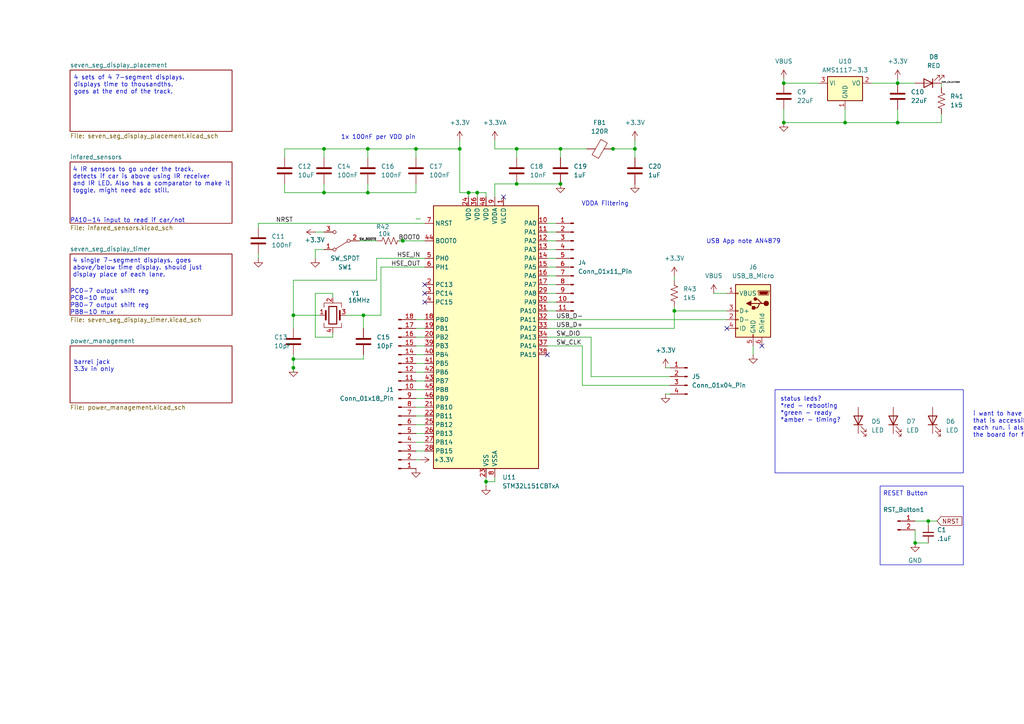
<source format=kicad_sch>
(kicad_sch (version 20231120) (generator "eeschema") (generator_version "8.0")
  (paper "A4")
  (lib_symbols
    (symbol "Connector:Conn_01x02_Pin" (pin_names (offset 1.016) hide)
      (property "Reference" "J" (at 0 2.54 0))
      (property "Value" "Conn_01x02_Pin" (at 0 -5.08 0))
      (symbol "Conn_01x02_Pin_1_1"
        (pin passive line (at 5.08 0 180) (length 3.81) (name "Pin_1") (number "1"))
        (pin passive line (at 5.08 -2.54 180) (length 3.81) (name "Pin_2") (number "2"))
      )
    )
    (symbol "Connector:Conn_01x04_Pin" (pin_names (offset 1.016) hide)
      (property "Reference" "J" (at 0 5.08 0))
      (property "Value" "Conn_01x04_Pin" (at 0 -7.62 0))
      (symbol "Conn_01x04_Pin_1_1"
        (pin passive line (at 5.08 2.54 180) (length 3.81) (name "Pin_1") (number "1"))
        (pin passive line (at 5.08 0 180) (length 3.81) (name "Pin_2") (number "2"))
        (pin passive line (at 5.08 -2.54 180) (length 3.81) (name "Pin_3") (number "3"))
        (pin passive line (at 5.08 -5.08 180) (length 3.81) (name "Pin_4") (number "4"))
      )
    )
    (symbol "Connector:Conn_01x11_Pin" (pin_names (offset 1.016) hide)
      (property "Reference" "J" (at 0 15.24 0))
      (property "Value" "Conn_01x11_Pin" (at 0 -15.24 0))
      (symbol "Conn_01x11_Pin_1_1"
        (pin passive line (at 5.08 12.7 180) (length 3.81) (name "Pin_1") (number "1"))
        (pin passive line (at 5.08 -10.16 180) (length 3.81) (name "Pin_10") (number "10"))
        (pin passive line (at 5.08 -12.7 180) (length 3.81) (name "Pin_11") (number "11"))
        (pin passive line (at 5.08 10.16 180) (length 3.81) (name "Pin_2") (number "2"))
        (pin passive line (at 5.08 7.62 180) (length 3.81) (name "Pin_3") (number "3"))
        (pin passive line (at 5.08 5.08 180) (length 3.81) (name "Pin_4") (number "4"))
        (pin passive line (at 5.08 2.54 180) (length 3.81) (name "Pin_5") (number "5"))
        (pin passive line (at 5.08 0 180) (length 3.81) (name "Pin_6") (number "6"))
        (pin passive line (at 5.08 -2.54 180) (length 3.81) (name "Pin_7") (number "7"))
        (pin passive line (at 5.08 -5.08 180) (length 3.81) (name "Pin_8") (number "8"))
        (pin passive line (at 5.08 -7.62 180) (length 3.81) (name "Pin_9") (number "9"))
      )
    )
    (symbol "Connector:Conn_01x18_Pin" (pin_names (offset 1.016) hide)
      (property "Reference" "J" (at 0 22.86 0))
      (property "Value" "Conn_01x18_Pin" (at 0 -25.4 0))
      (symbol "Conn_01x18_Pin_1_1"
        (pin passive line (at 5.08 20.32 180) (length 3.81) (name "Pin_1") (number "1"))
        (pin passive line (at 5.08 -2.54 180) (length 3.81) (name "Pin_10") (number "10"))
        (pin passive line (at 5.08 -5.08 180) (length 3.81) (name "Pin_11") (number "11"))
        (pin passive line (at 5.08 -7.62 180) (length 3.81) (name "Pin_12") (number "12"))
        (pin passive line (at 5.08 -10.16 180) (length 3.81) (name "Pin_13") (number "13"))
        (pin passive line (at 5.08 -12.7 180) (length 3.81) (name "Pin_14") (number "14"))
        (pin passive line (at 5.08 -15.24 180) (length 3.81) (name "Pin_15") (number "15"))
        (pin passive line (at 5.08 -17.78 180) (length 3.81) (name "Pin_16") (number "16"))
        (pin passive line (at 5.08 -20.32 180) (length 3.81) (name "Pin_17") (number "17"))
        (pin passive line (at 5.08 -22.86 180) (length 3.81) (name "Pin_18") (number "18"))
        (pin passive line (at 5.08 17.78 180) (length 3.81) (name "Pin_2") (number "2"))
        (pin passive line (at 5.08 15.24 180) (length 3.81) (name "Pin_3") (number "3"))
        (pin passive line (at 5.08 12.7 180) (length 3.81) (name "Pin_4") (number "4"))
        (pin passive line (at 5.08 10.16 180) (length 3.81) (name "Pin_5") (number "5"))
        (pin passive line (at 5.08 7.62 180) (length 3.81) (name "Pin_6") (number "6"))
        (pin passive line (at 5.08 5.08 180) (length 3.81) (name "Pin_7") (number "7"))
        (pin passive line (at 5.08 2.54 180) (length 3.81) (name "Pin_8") (number "8"))
        (pin passive line (at 5.08 0 180) (length 3.81) (name "Pin_9") (number "9"))
      )
    )
    (symbol "Connector:USB_B_Micro" (pin_names (offset 1.016))
      (property "Reference" "J" (at -5.08 11.43 0))
      (property "Value" "USB_B_Micro" (at -5.08 8.89 0))
      (symbol "USB_B_Micro_1_1"
        (pin power_out line (at 7.62 5.08 180) (length 2.54) (name "VBUS") (number "1"))
        (pin bidirectional line (at 7.62 -2.54 180) (length 2.54) (name "D-") (number "2"))
        (pin bidirectional line (at 7.62 0 180) (length 2.54) (name "D+") (number "3"))
        (pin passive line (at 7.62 -5.08 180) (length 2.54) (name "ID") (number "4"))
        (pin power_out line (at 0 -10.16 90) (length 2.54) (name "GND") (number "5"))
        (pin passive line (at -2.54 -10.16 90) (length 2.54) (name "Shield") (number "6"))
      )
    )
    (symbol "Device:C" (pin_numbers hide) (pin_names (offset 0.254))
      (property "Reference" "C" (at 0.635 2.54 0))
      (property "Value" "C" (at 0.635 -2.54 0))
      (symbol "C_1_1"
        (pin passive line (at 0 3.81 270) (length 2.794) (name "~") (number "1"))
        (pin passive line (at 0 -3.81 90) (length 2.794) (name "~") (number "2"))
      )
    )
    (symbol "Device:C_Small" (pin_numbers hide) (pin_names (offset 0.254) hide)
      (property "Reference" "C" (at 0.254 1.778 0))
      (property "Value" "C_Small" (at 0.254 -2.032 0))
      (symbol "C_Small_1_1"
        (pin passive line (at 0 2.54 270) (length 2.032) (name "~") (number "1"))
        (pin passive line (at 0 -2.54 90) (length 2.032) (name "~") (number "2"))
      )
    )
    (symbol "Device:Crystal_GND24" (pin_names (offset 1.016) hide)
      (property "Reference" "Y" (at 3.175 5.08 0))
      (property "Value" "Crystal_GND24" (at 3.175 3.175 0))
      (symbol "Crystal_GND24_1_1"
        (pin passive line (at -3.81 0 0) (length 1.27) (name "1") (number "1"))
        (pin passive line (at 0 5.08 270) (length 1.27) (name "2") (number "2"))
        (pin passive line (at 3.81 0 180) (length 1.27) (name "3") (number "3"))
        (pin passive line (at 0 -5.08 90) (length 1.27) (name "4") (number "4"))
      )
    )
    (symbol "Device:FerriteBead" (pin_numbers hide) (pin_names (offset 0))
      (property "Reference" "FB" (at -3.81 0.635 90))
      (property "Value" "FerriteBead" (at 3.81 0 90))
      (symbol "FerriteBead_1_1"
        (pin passive line (at 0 3.81 270) (length 2.54) (name "~") (number "1"))
        (pin passive line (at 0 -3.81 90) (length 2.54) (name "~") (number "2"))
      )
    )
    (symbol "Device:LED" (pin_numbers hide) (pin_names (offset 1.016) hide)
      (property "Reference" "D" (at 0 2.54 0))
      (property "Value" "LED" (at 0 -2.54 0))
      (symbol "LED_1_1"
        (pin passive line (at -3.81 0 0) (length 2.54) (name "K") (number "1"))
        (pin passive line (at 3.81 0 180) (length 2.54) (name "A") (number "2"))
      )
    )
    (symbol "Device:R_US" (pin_numbers hide) (pin_names (offset 0))
      (property "Reference" "R" (at 2.54 0 90))
      (property "Value" "R_US" (at -2.54 0 90))
      (symbol "R_US_1_1"
        (pin passive line (at 0 3.81 270) (length 1.27) (name "~") (number "1"))
        (pin passive line (at 0 -3.81 90) (length 1.27) (name "~") (number "2"))
      )
    )
    (symbol "MCU_ST_STM32L1:STM32L151CBTxA"
      (property "Reference" "U" (at -15.24 39.37 0))
      (property "Value" "STM32L151CBTxA" (at 7.62 39.37 0))
      (symbol "STM32L151CBTxA_1_1"
        (pin power_in line (at 5.08 40.64 270) (length 2.54) (name "VLCD") (number "1"))
        (pin bidirectional line (at 17.78 33.02 180) (length 2.54) (name "PA0") (number "10"))
        (pin bidirectional line (at 17.78 30.48 180) (length 2.54) (name "PA1") (number "11"))
        (pin bidirectional line (at 17.78 27.94 180) (length 2.54) (name "PA2") (number "12"))
        (pin bidirectional line (at 17.78 25.4 180) (length 2.54) (name "PA3") (number "13"))
        (pin bidirectional line (at 17.78 22.86 180) (length 2.54) (name "PA4") (number "14"))
        (pin bidirectional line (at 17.78 20.32 180) (length 2.54) (name "PA5") (number "15"))
        (pin bidirectional line (at 17.78 17.78 180) (length 2.54) (name "PA6") (number "16"))
        (pin bidirectional line (at 17.78 15.24 180) (length 2.54) (name "PA7") (number "17"))
        (pin bidirectional line (at -17.78 5.08 0) (length 2.54) (name "PB0") (number "18"))
        (pin bidirectional line (at -17.78 2.54 0) (length 2.54) (name "PB1") (number "19"))
        (pin bidirectional line (at -17.78 15.24 0) (length 2.54) (name "PC13") (number "2"))
        (pin bidirectional line (at -17.78 0 0) (length 2.54) (name "PB2") (number "20"))
        (pin bidirectional line (at -17.78 -20.32 0) (length 2.54) (name "PB10") (number "21"))
        (pin bidirectional line (at -17.78 -22.86 0) (length 2.54) (name "PB11") (number "22"))
        (pin power_in line (at 0 -40.64 90) (length 2.54) (name "VSS") (number "23"))
        (pin power_in line (at -5.08 40.64 270) (length 2.54) (name "VDD") (number "24"))
        (pin bidirectional line (at -17.78 -25.4 0) (length 2.54) (name "PB12") (number "25"))
        (pin bidirectional line (at -17.78 -27.94 0) (length 2.54) (name "PB13") (number "26"))
        (pin bidirectional line (at -17.78 -30.48 0) (length 2.54) (name "PB14") (number "27"))
        (pin bidirectional line (at -17.78 -33.02 0) (length 2.54) (name "PB15") (number "28"))
        (pin bidirectional line (at 17.78 12.7 180) (length 2.54) (name "PA8") (number "29"))
        (pin bidirectional line (at -17.78 12.7 0) (length 2.54) (name "PC14") (number "3"))
        (pin bidirectional line (at 17.78 10.16 180) (length 2.54) (name "PA9") (number "30"))
        (pin bidirectional line (at 17.78 7.62 180) (length 2.54) (name "PA10") (number "31"))
        (pin bidirectional line (at 17.78 5.08 180) (length 2.54) (name "PA11") (number "32"))
        (pin bidirectional line (at 17.78 2.54 180) (length 2.54) (name "PA12") (number "33"))
        (pin bidirectional line (at 17.78 0 180) (length 2.54) (name "PA13") (number "34"))
        (pin passive line (at 0 -40.64 90) (length 2.54) hide (name "VSS") (number "35"))
        (pin power_in line (at -2.54 40.64 270) (length 2.54) (name "VDD") (number "36"))
        (pin bidirectional line (at 17.78 -2.54 180) (length 2.54) (name "PA14") (number "37"))
        (pin bidirectional line (at 17.78 -5.08 180) (length 2.54) (name "PA15") (number "38"))
        (pin bidirectional line (at -17.78 -2.54 0) (length 2.54) (name "PB3") (number "39"))
        (pin bidirectional line (at -17.78 10.16 0) (length 2.54) (name "PC15") (number "4"))
        (pin bidirectional line (at -17.78 -5.08 0) (length 2.54) (name "PB4") (number "40"))
        (pin bidirectional line (at -17.78 -7.62 0) (length 2.54) (name "PB5") (number "41"))
        (pin bidirectional line (at -17.78 -10.16 0) (length 2.54) (name "PB6") (number "42"))
        (pin bidirectional line (at -17.78 -12.7 0) (length 2.54) (name "PB7") (number "43"))
        (pin input line (at -17.78 27.94 0) (length 2.54) (name "BOOT0") (number "44"))
        (pin bidirectional line (at -17.78 -15.24 0) (length 2.54) (name "PB8") (number "45"))
        (pin bidirectional line (at -17.78 -17.78 0) (length 2.54) (name "PB9") (number "46"))
        (pin passive line (at 0 -40.64 90) (length 2.54) hide (name "VSS") (number "47"))
        (pin power_in line (at 0 40.64 270) (length 2.54) (name "VDD") (number "48"))
        (pin bidirectional line (at -17.78 22.86 0) (length 2.54) (name "PH0") (number "5"))
        (pin bidirectional line (at -17.78 20.32 0) (length 2.54) (name "PH1") (number "6"))
        (pin input line (at -17.78 33.02 0) (length 2.54) (name "NRST") (number "7"))
        (pin power_in line (at 2.54 -40.64 90) (length 2.54) (name "VSSA") (number "8"))
        (pin power_in line (at 2.54 40.64 270) (length 2.54) (name "VDDA") (number "9"))
      )
    )
    (symbol "Regulator_Linear:AMS1117-3.3"
      (property "Reference" "U" (at -3.81 3.175 0))
      (property "Value" "AMS1117-3.3" (at 0 3.175 0))
      (symbol "AMS1117-3.3_1_1"
        (pin power_in line (at 0 -7.62 90) (length 2.54) (name "GND") (number "1"))
        (pin power_out line (at 7.62 0 180) (length 2.54) (name "VO") (number "2"))
        (pin power_in line (at -7.62 0 0) (length 2.54) (name "VI") (number "3"))
      )
    )
    (symbol "Switch:SW_SPDT" (pin_names (offset 0) hide)
      (property "Reference" "SW1" (at 0 8.89 0))
      (property "Value" "SW_SPDT" (at 0 6.35 0))
      (symbol "SW_SPDT_1_1"
        (pin passive line (at 5.08 2.54 180) (length 2.54) (name "A") (number "1"))
        (pin passive line (at -5.08 0 0) (length 2.54) (name "B") (number "2"))
        (pin passive line (at 5.08 -2.54 180) (length 2.54) (name "C") (number "3"))
      )
    )
    (symbol "power:+3.3V" (power) (pin_numbers hide) (pin_names (offset 0) hide)
      (property "Value" "+3.3V" (at 0 3.556 0))
      (symbol "+3.3V_1_1"
        (pin power_in line (at 0 0 90) (length 0) (name "~") (number "1"))
      )
    )
    (symbol "power:+3.3VA" (power) (pin_numbers hide) (pin_names (offset 0) hide)
      (property "Value" "+3.3VA" (at 0 3.556 0))
      (symbol "+3.3VA_1_1"
        (pin power_in line (at 0 0 90) (length 0) (name "~") (number "1"))
      )
    )
    (symbol "power:GND" (power) (pin_numbers hide) (pin_names (offset 0) hide)
      (property "Value" "GND" (at 0 -3.81 0))
      (symbol "GND_1_1"
        (pin power_in line (at 0 0 270) (length 0) (name "~") (number "1"))
      )
    )
  )
  (junction (at 116.84 69.85))
  (junction (at 149.86 43.18))
  (junction (at 120.65 43.18))
  (junction (at 93.98 43.18))
  (junction (at 184.15 43.18))
  (junction (at 227.33 35.56))
  (junction (at 177.8 43.18))
  (junction (at 149.86 53.34))
  (junction (at 245.11 35.56))
  (junction (at 133.35 43.18))
  (junction (at 93.98 55.88))
  (junction (at 105.41 91.44))
  (junction (at 85.09 104.14))
  (junction (at 135.89 55.88))
  (junction (at 138.43 55.88))
  (junction (at 269.24 151.13))
  (junction (at 162.56 43.18))
  (junction (at 227.33 24.13))
  (junction (at 140.97 139.7))
  (junction (at 106.68 55.88))
  (junction (at 85.09 106.68))
  (junction (at 265.43 157.48))
  (junction (at 106.68 43.18))
  (junction (at 85.09 91.44))
  (junction (at 260.35 35.56))
  (junction (at 162.56 53.34))
  (junction (at 195.58 90.17))
  (junction (at 260.35 24.13))
  (no_connect (at 123.19 85.09))
  (no_connect (at 210.82 95.25))
  (no_connect (at 123.19 82.55))
  (no_connect (at 123.19 87.63))
  (no_connect (at 158.75 102.87))
  (no_connect (at 146.05 57.15))
  (no_connect (at 220.98 100.33))
  (wire (pts (xy 162.56 45.72) (xy 162.56 43.18)))
  (wire (pts (xy 193.04 106.68) (xy 194.31 106.68)))
  (wire (pts (xy 227.33 31.75) (xy 227.33 35.56)))
  (wire (pts (xy 120.65 110.49) (xy 123.19 110.49)))
  (wire (pts (xy 120.65 107.95) (xy 123.19 107.95)))
  (wire (pts (xy 120.65 113.03) (xy 123.19 113.03)))
  (wire (pts (xy 120.65 128.27) (xy 123.19 128.27)))
  (wire (pts (xy 106.68 55.88) (xy 93.98 55.88)))
  (wire (pts (xy 414.02 -115.57) (xy 414.02 -114.3)))
  (wire (pts (xy 74.93 64.77) (xy 74.93 66.04)))
  (wire (pts (xy 85.09 104.14) (xy 85.09 106.68)))
  (polyline (pts (xy 440.69 -44.45) (xy 449.58 -44.45)) (stroke (width 0.1778) (type dash)))
  (wire (pts (xy 436.88 -101.6) (xy 443.23 -101.6)))
  (wire (pts (xy 158.75 100.33) (xy 168.91 100.33)))
  (wire (pts (xy 149.86 53.34) (xy 162.56 53.34)))
  (wire (pts (xy 436.88 -83.82) (xy 443.23 -83.82)))
  (wire (pts (xy 140.97 139.7) (xy 143.51 139.7)))
  (wire (pts (xy 441.96 -60.96) (xy 436.88 -60.96)))
  (wire (pts (xy 227.33 22.86) (xy 227.33 24.13)))
  (wire (pts (xy 158.75 95.25) (xy 195.58 95.25)))
  (wire (pts (xy 120.65 125.73) (xy 123.19 125.73)))
  (wire (pts (xy 397.51 -73.66) (xy 401.32 -73.66)))
  (wire (pts (xy 193.04 114.3) (xy 194.31 114.3)))
  (wire (pts (xy 168.91 111.76) (xy 168.91 100.33)))
  (wire (pts (xy 85.09 102.87) (xy 85.09 104.14)))
  (wire (pts (xy 109.22 81.28) (xy 109.22 74.93)))
  (wire (pts (xy 436.88 -76.2) (xy 441.96 -76.2)))
  (wire (pts (xy 120.65 43.18) (xy 120.65 45.72)))
  (wire (pts (xy 162.56 43.18) (xy 149.86 43.18)))
  (wire (pts (xy 123.19 64.77) (xy 74.93 64.77)))
  (wire (pts (xy 120.65 43.18) (xy 133.35 43.18)))
  (wire (pts (xy 82.55 43.18) (xy 93.98 43.18)))
  (wire (pts (xy 397.51 -68.58) (xy 401.32 -68.58)))
  (wire (pts (xy 161.29 87.63) (xy 158.75 87.63)))
  (wire (pts (xy 245.11 31.75) (xy 245.11 35.56)))
  (wire (pts (xy 398.78 -55.88) (xy 401.32 -55.88)))
  (wire (pts (xy 207.01 85.09) (xy 210.82 85.09)))
  (wire (pts (xy 91.44 85.09) (xy 96.52 85.09)))
  (wire (pts (xy 171.45 109.22) (xy 171.45 97.79)))
  (wire (pts (xy 436.88 -73.66) (xy 441.96 -73.66)))
  (wire (pts (xy 436.88 -81.28) (xy 443.23 -81.28)))
  (wire (pts (xy 269.24 152.4) (xy 269.24 151.13)))
  (wire (pts (xy 441.96 -45.72) (xy 436.88 -45.72)))
  (wire (pts (xy 93.98 43.18) (xy 106.68 43.18)))
  (wire (pts (xy 120.65 102.87) (xy 123.19 102.87)))
  (wire (pts (xy 227.33 35.56) (xy 245.11 35.56)))
  (wire (pts (xy 441.96 -50.8) (xy 436.88 -50.8)))
  (wire (pts (xy 218.44 102.87) (xy 218.44 100.33)))
  (wire (pts (xy 96.52 85.09) (xy 96.52 86.36)))
  (wire (pts (xy 162.56 43.18) (xy 170.18 43.18)))
  (wire (pts (xy 138.43 55.88) (xy 138.43 57.15)))
  (wire (pts (xy 116.84 69.85) (xy 123.19 69.85)))
  (wire (pts (xy 140.97 138.43) (xy 140.97 139.7)))
  (wire (pts (xy 436.88 -78.74) (xy 441.96 -78.74)))
  (wire (pts (xy 441.96 -43.18) (xy 436.88 -43.18)))
  (wire (pts (xy 96.52 96.52) (xy 96.52 97.79)))
  (wire (pts (xy 194.31 111.76) (xy 168.91 111.76)))
  (wire (pts (xy 441.96 -40.64) (xy 436.88 -40.64)))
  (wire (pts (xy 143.51 139.7) (xy 143.51 138.43)))
  (wire (pts (xy 161.29 64.77) (xy 158.75 64.77)))
  (wire (pts (xy 149.86 43.18) (xy 143.51 43.18)))
  (wire (pts (xy 120.65 115.57) (xy 123.19 115.57)))
  (wire (pts (xy 260.35 35.56) (xy 273.05 35.56)))
  (wire (pts (xy 120.65 97.79) (xy 123.19 97.79)))
  (wire (pts (xy 436.88 -86.36) (xy 443.23 -86.36)))
  (wire (pts (xy 184.15 40.64) (xy 184.15 43.18)))
  (wire (pts (xy 265.43 157.48) (xy 265.43 153.67)))
  (wire (pts (xy 161.29 82.55) (xy 158.75 82.55)))
  (wire (pts (xy 91.44 97.79) (xy 91.44 85.09)))
  (wire (pts (xy 85.09 91.44) (xy 85.09 81.28)))
  (wire (pts (xy 269.24 157.48) (xy 265.43 157.48)))
  (wire (pts (xy 120.65 95.25) (xy 123.19 95.25)))
  (wire (pts (xy 397.51 -60.96) (xy 401.32 -60.96)))
  (wire (pts (xy 441.96 -58.42) (xy 436.88 -58.42)))
  (wire (pts (xy 106.68 43.18) (xy 106.68 45.72)))
  (wire (pts (xy 161.29 67.31) (xy 158.75 67.31)))
  (wire (pts (xy 161.29 74.93) (xy 158.75 74.93)))
  (wire (pts (xy 436.88 -93.98) (xy 443.23 -93.98)))
  (wire (pts (xy 105.41 91.44) (xy 105.41 95.25)))
  (wire (pts (xy 91.44 67.31) (xy 93.98 67.31)))
  (wire (pts (xy 135.89 55.88) (xy 135.89 57.15)))
  (wire (pts (xy 82.55 45.72) (xy 82.55 43.18)))
  (wire (pts (xy 120.65 130.81) (xy 123.19 130.81)))
  (wire (pts (xy 133.35 43.18) (xy 133.35 55.88)))
  (wire (pts (xy 85.09 106.68) (xy 85.09 107.95)))
  (wire (pts (xy 120.65 100.33) (xy 123.19 100.33)))
  (wire (pts (xy 135.89 55.88) (xy 133.35 55.88)))
  (wire (pts (xy 398.78 -91.44) (xy 401.32 -91.44)))
  (wire (pts (xy 140.97 55.88) (xy 140.97 57.15)))
  (wire (pts (xy 161.29 85.09) (xy 158.75 85.09)))
  (wire (pts (xy 161.29 90.17) (xy 158.75 90.17)))
  (wire (pts (xy 161.29 72.39) (xy 158.75 72.39)))
  (wire (pts (xy 120.65 63.5) (xy 121.92 63.5)))
  (wire (pts (xy 120.65 55.88) (xy 106.68 55.88)))
  (polyline (pts (xy 389.89 -67.31) (xy 398.78 -67.31)) (stroke (width 0.1778) (type dash)))
  (wire (pts (xy 140.97 55.88) (xy 138.43 55.88)))
  (wire (pts (xy 177.8 43.18) (xy 184.15 43.18)))
  (wire (pts (xy 184.15 43.18) (xy 184.15 45.72)))
  (wire (pts (xy 436.88 -96.52) (xy 443.23 -96.52)))
  (wire (pts (xy 106.68 43.18) (xy 120.65 43.18)))
  (wire (pts (xy 158.75 92.71) (xy 210.82 92.71)))
  (wire (pts (xy 138.43 55.88) (xy 135.89 55.88)))
  (wire (pts (xy 106.68 53.34) (xy 106.68 55.88)))
  (wire (pts (xy 120.65 105.41) (xy 123.19 105.41)))
  (wire (pts (xy 227.33 24.13) (xy 237.49 24.13)))
  (wire (pts (xy 397.51 -66.04) (xy 401.32 -66.04)))
  (wire (pts (xy 82.55 55.88) (xy 93.98 55.88)))
  (wire (pts (xy 120.65 53.34) (xy 120.65 55.88)))
  (wire (pts (xy 260.35 22.86) (xy 260.35 24.13)))
  (wire (pts (xy 105.41 102.87) (xy 105.41 104.14)))
  (wire (pts (xy 161.29 80.01) (xy 158.75 80.01)))
  (wire (pts (xy 195.58 80.01) (xy 195.58 81.28)))
  (wire (pts (xy 110.49 77.47) (xy 123.19 77.47)))
  (wire (pts (xy 397.51 -76.2) (xy 401.32 -76.2)))
  (wire (pts (xy 273.05 25.4) (xy 273.05 24.13)))
  (wire (pts (xy 273.05 33.02) (xy 273.05 35.56)))
  (wire (pts (xy 120.65 118.11) (xy 123.19 118.11)))
  (wire (pts (xy 397.51 -83.82) (xy 401.32 -83.82)))
  (wire (pts (xy 436.88 -104.14) (xy 443.23 -104.14)))
  (wire (pts (xy 252.73 24.13) (xy 260.35 24.13)))
  (wire (pts (xy 210.82 90.17) (xy 195.58 90.17)))
  (wire (pts (xy 133.35 40.64) (xy 133.35 43.18)))
  (wire (pts (xy 85.09 91.44) (xy 92.71 91.44)))
  (wire (pts (xy 436.88 -106.68) (xy 443.23 -106.68)))
  (wire (pts (xy 91.44 74.93) (xy 91.44 72.39)))
  (wire (pts (xy 161.29 69.85) (xy 158.75 69.85)))
  (wire (pts (xy 176.53 43.18) (xy 177.8 43.18)))
  (wire (pts (xy 161.29 77.47) (xy 158.75 77.47)))
  (wire (pts (xy 120.65 123.19) (xy 123.19 123.19)))
  (wire (pts (xy 91.44 72.39) (xy 93.98 72.39)))
  (wire (pts (xy 120.65 92.71) (xy 123.19 92.71)))
  (wire (pts (xy 194.31 109.22) (xy 171.45 109.22)))
  (wire (pts (xy 441.96 -53.34) (xy 436.88 -53.34)))
  (wire (pts (xy 82.55 55.88) (xy 82.55 53.34)))
  (wire (pts (xy 93.98 53.34) (xy 93.98 55.88)))
  (wire (pts (xy 441.96 -63.5) (xy 436.88 -63.5)))
  (wire (pts (xy 245.11 35.56) (xy 260.35 35.56)))
  (wire (pts (xy 85.09 81.28) (xy 109.22 81.28)))
  (wire (pts (xy 158.75 97.79) (xy 171.45 97.79)))
  (wire (pts (xy 109.22 74.93) (xy 123.19 74.93)))
  (wire (pts (xy 397.51 -71.12) (xy 401.32 -71.12)))
  (wire (pts (xy 115.57 69.85) (xy 116.84 69.85)))
  (wire (pts (xy 104.14 69.85) (xy 109.22 69.85)))
  (wire (pts (xy 441.96 -48.26) (xy 436.88 -48.26)))
  (wire (pts (xy 195.58 88.9) (xy 195.58 90.17)))
  (wire (pts (xy 85.09 95.25) (xy 85.09 91.44)))
  (wire (pts (xy 397.51 -78.74) (xy 401.32 -78.74)))
  (wire (pts (xy 120.65 120.65) (xy 123.19 120.65)))
  (wire (pts (xy 143.51 43.18) (xy 143.51 40.64)))
  (wire (pts (xy 120.65 133.35) (xy 121.92 133.35)))
  (wire (pts (xy 441.96 -55.88) (xy 436.88 -55.88)))
  (wire (pts (xy 441.96 -38.1) (xy 436.88 -38.1)))
  (wire (pts (xy 436.88 -71.12) (xy 441.96 -71.12)))
  (wire (pts (xy 105.41 104.14) (xy 85.09 104.14)))
  (wire (pts (xy 397.51 -81.28) (xy 401.32 -81.28)))
  (wire (pts (xy 143.51 57.15) (xy 143.51 53.34)))
  (wire (pts (xy 269.24 151.13) (xy 265.43 151.13)))
  (wire (pts (xy 140.97 139.7) (xy 140.97 140.97)))
  (wire (pts (xy 143.51 53.34) (xy 149.86 53.34)))
  (wire (pts (xy 397.51 -63.5) (xy 401.32 -63.5)))
  (wire (pts (xy 110.49 77.47) (xy 110.49 91.44)))
  (wire (pts (xy 149.86 43.18) (xy 149.86 45.72)))
  (wire (pts (xy 74.93 74.93) (xy 74.93 73.66)))
  (wire (pts (xy 105.41 91.44) (xy 110.49 91.44)))
  (wire (pts (xy 100.33 91.44) (xy 105.41 91.44)))
  (wire (pts (xy 96.52 97.79) (xy 91.44 97.79)))
  (wire (pts (xy 195.58 90.17) (xy 195.58 95.25)))
  (wire (pts (xy 436.88 -88.9) (xy 443.23 -88.9)))
  (wire (pts (xy 436.88 -91.44) (xy 443.23 -91.44)))
  (wire (pts (xy 269.24 151.13) (xy 271.78 151.13)))
  (wire (pts (xy 397.51 -86.36) (xy 401.32 -86.36)))
  (wire (pts (xy 260.35 24.13) (xy 265.43 24.13)))
  (wire (pts (xy 93.98 43.18) (xy 93.98 45.72)))
  (wire (pts (xy 436.88 -99.06) (xy 443.23 -99.06)))
  (wire (pts (xy 260.35 35.56) (xy 260.35 31.75)))
  (rectangle (start 389.89 -87.63) (end 398.78 -59.69) (stroke (width 0.254) (type dash)))
  (rectangle (start 440.69 -64.77) (end 449.58 -36.83) (stroke (width 0.254) (type dash)))
  (rectangle (start 440.69 -80.01) (end 452.12 -69.85) (stroke (width 0.254)))
  (rectangle (start 255.27 140.97) (end 279.4 163.83))
  (rectangle (start 224.79 113.03) (end 279.4 137.16))
  (rectangle (start 440.69 -107.95) (end 452.12 -80.01) (stroke (width 0.254)))
  (text "i want to have a large reset button\nthat is accessible to reset the track\neach run. i also want to have one on\nthe board for funzies" (at 282.194 119.38 0) (effects (font (size 1.27 1.27)) (justify left top)))
  (text "barrel jack\n3.3v in only\n" (at 21.336 106.172 0) (effects (font (size 1.27 1.27)) (justify left)))
  (text "4 single 7-segment displays. goes \nabove/below time display. should just \ndisplay place of each lane." (at 21.082 77.724 0) (effects (font (size 1.27 1.27)) (justify left)))
  (text "SHIFT REG" (at 451.358 -53.594 90) (effects (font (size 1.27 1.27))))
  (text "TIME DISPLAY LANES 1-2" (at 454.406 -51.308 90) (effects (font (size 1.27 1.27))))
  (text "(OUTPUT)\n" (at 455.93 -93.98 90) (effects (font (size 1.27 1.27))))
  (text "4 sets of 4 7-segment displays. \ndisplays time to thousandths. \ngoes at the end of the track." (at 21.336 24.638 0) (effects (font (size 1.27 1.27)) (justify left)))
  (text "4 IR sensors to go under the track. \ndetects if car is above using IR receiver \nand IR LED. Also has a comparator to make it \ntoggle. might need adc still." (at 21.082 52.324 0) (effects (font (size 1.27 1.27)) (justify left)))
  (text "(INPUT)\n" (at 455.168 -75.184 90) (effects (font (size 1.27 1.27))))
  (text "PC0-7 output shift reg\nPC8-10 mux\nPB0-7 output shift reg\nPB8-10 mux\n" (at 20.32 91.44 0) (effects (font (size 1.27 1.27)) (justify left bottom)))
  (text "1x 100nF per VDD pin" (at 109.728 39.878 0) (effects (font (size 1.27 1.27))))
  (text "MUX" (at 451.358 -40.386 90) (effects (font (size 1.27 1.27))))
  (text "TIME DISPLAY LANES 3-4" (at 385.572 -73.66 90) (effects (font (size 1.27 1.27))))
  (text "LANE PLACEMENT" (at 453.39 -93.726 90) (effects (font (size 1.27 1.27))))
  (text "USB App note AN4879\n" (at 215.646 70.104 0) (effects (font (size 1.27 1.27))))
  (text "VDDA Filtering" (at 175.514 59.182 0) (effects (font (size 1.27 1.27))))
  (text "SENSORS" (at 453.39 -70.358 90) (effects (font (size 1.27 1.27)) (justify left)))
  (text "(OUTPUT)\n" (at 456.946 -51.054 90) (effects (font (size 1.27 1.27))))
  (text "PA10-14 input to read if car/not" (at 20.32 64.77 0) (effects (font (size 1.27 1.27)) (justify left bottom)))
  (text "MUX" (at 388.112 -63.5 90) (effects (font (size 1.27 1.27))))
  (text "RESET Button" (at 262.636 143.256 0) (effects (font (size 1.27 1.27))))
  (text "status leds?\n*red - rebooting\n*green - ready\n*amber - timing?" (at 226.314 115.062 0) (effects (font (size 1.27 1.27)) (justify left top)))
  (text "(OUTPUT)\n" (at 383.286 -73.406 90) (effects (font (size 1.27 1.27))))
  (text "SHIFT REG" (at 388.366 -76.2 90) (effects (font (size 1.27 1.27))))
  (label "SW_DIO" (at 161.29 97.79 0))
  (label "NRST" (at 80.01 64.77 0))
  (label "SW_CLK" (at 161.29 100.33 0))
  (label "USB_D-" (at 161.29 92.71 0))
  (label "PWR_LED_CATHODE" (at 273.05 24.13 0) (effects (font (size 0.381 0.381))))
  (label "BOOT0" (at 115.57 69.85 0))
  (label "SW_BOOT0" (at 104.14 69.85 0) (effects (font (size 0.635 0.635))))
  (label "HSE_IN" (at 121.92 74.93 180))
  (label "HSE_OUT" (at 121.92 77.47 180))
  (label "USB_D+" (at 161.29 95.25 0))
  (global_label "VDDA" (shape input) (at 424.18 -114.3 90) (property "Intersheetrefs" "${INTERSHEET_REFS}" (effects (hide yes))))
  (global_label "PA2" (shape input) (at 443.23 -101.6 0) (property "Intersheetrefs" "${INTERSHEET_REFS}" (effects (hide yes))))
  (global_label "PA4" (shape input) (at 443.23 -96.52 0) (property "Intersheetrefs" "${INTERSHEET_REFS}" (effects (hide yes))))
  (global_label "NRST" (shape input) (at 271.78 151.13 0) (property "Intersheetrefs" "${INTERSHEET_REFS}" (effects (hide yes))))
  (global_label "PB5" (shape input) (at 441.96 -50.8 0) (property "Intersheetrefs" "${INTERSHEET_REFS}" (effects (hide yes))))
  (global_label "PA3" (shape input) (at 443.23 -99.06 0) (property "Intersheetrefs" "${INTERSHEET_REFS}" (effects (hide yes))))
  (global_label "PC12 PROGRAMMER" (shape input) (at 398.78 -55.88 180) (property "Intersheetrefs" "${INTERSHEET_REFS}" (effects (hide yes))))
  (global_label "PA7" (shape input) (at 443.23 -88.9 0) (property "Intersheetrefs" "${INTERSHEET_REFS}" (effects (hide yes))))
  (global_label "PC5" (shape input) (at 397.51 -73.66 180) (property "Intersheetrefs" "${INTERSHEET_REFS}" (effects (hide yes))))
  (global_label "PB6" (shape input) (at 441.96 -48.26 0) (property "Intersheetrefs" "${INTERSHEET_REFS}" (effects (hide yes))))
  (global_label "V_OUT2" (shape input) (at 441.96 -76.2 0) (property "Intersheetrefs" "${INTERSHEET_REFS}" (effects (hide yes))))
  (global_label "VSS" (shape input) (at 419.1 -17.78 270) (property "Intersheetrefs" "${INTERSHEET_REFS}" (effects (hide yes))))
  (global_label "PB7" (shape input) (at 441.96 -45.72 0) (property "Intersheetrefs" "${INTERSHEET_REFS}" (effects (hide yes))))
  (global_label "PB2" (shape input) (at 441.96 -58.42 0) (property "Intersheetrefs" "${INTERSHEET_REFS}" (effects (hide yes))))
  (global_label "PC2" (shape input) (at 397.51 -81.28 180) (property "Intersheetrefs" "${INTERSHEET_REFS}" (effects (hide yes))))
  (global_label "PC1" (shape input) (at 397.51 -83.82 180) (property "Intersheetrefs" "${INTERSHEET_REFS}" (effects (hide yes))))
  (global_label "PC9" (shape input) (at 441.96 -40.64 0) (property "Intersheetrefs" "${INTERSHEET_REFS}" (effects (hide yes))))
  (global_label "PB8" (shape input) (at 397.51 -66.04 180) (property "Intersheetrefs" "${INTERSHEET_REFS}" (effects (hide yes))))
  (global_label "PC3" (shape input) (at 397.51 -78.74 180) (property "Intersheetrefs" "${INTERSHEET_REFS}" (effects (hide yes))))
  (global_label "VDD" (shape input) (at 416.56 -114.3 90) (property "Intersheetrefs" "${INTERSHEET_REFS}" (effects (hide yes))))
  (global_label "VSSA" (shape input) (at 421.64 -17.78 270) (property "Intersheetrefs" "${INTERSHEET_REFS}" (effects (hide yes))))
  (global_label "PA6" (shape input) (at 443.23 -91.44 0) (property "Intersheetrefs" "${INTERSHEET_REFS}" (effects (hide yes))))
  (global_label "PC6" (shape input) (at 397.51 -71.12 180) (property "Intersheetrefs" "${INTERSHEET_REFS}" (effects (hide yes))))
  (global_label "PA0" (shape input) (at 443.23 -106.68 0) (property "Intersheetrefs" "${INTERSHEET_REFS}" (effects (hide yes))))
  (global_label "V_OUT1" (shape input) (at 441.96 -78.74 0) (property "Intersheetrefs" "${INTERSHEET_REFS}" (effects (hide yes))))
  (global_label "PB0" (shape input) (at 441.96 -63.5 0) (property "Intersheetrefs" "${INTERSHEET_REFS}" (effects (hide yes))))
  (global_label "PA1" (shape input) (at 443.23 -104.14 0) (property "Intersheetrefs" "${INTERSHEET_REFS}" (effects (hide yes))))
  (global_label "VDD" (shape input) (at 421.64 -114.3 90) (property "Intersheetrefs" "${INTERSHEET_REFS}" (effects (hide yes))))
  (global_label "PB4" (shape input) (at 441.96 -53.34 0) (property "Intersheetrefs" "${INTERSHEET_REFS}" (effects (hide yes))))
  (global_label "PA10" (shape input) (at 443.23 -81.28 0) (property "Intersheetrefs" "${INTERSHEET_REFS}" (effects (hide yes))))
  (global_label "PC0" (shape input) (at 397.51 -86.36 180) (property "Intersheetrefs" "${INTERSHEET_REFS}" (effects (hide yes))))
  (global_label "NRST" (shape input) (at 401.32 -106.68 180) (property "Intersheetrefs" "${INTERSHEET_REFS}" (effects (hide yes))))
  (global_label "VDD" (shape input) (at 419.1 -114.3 90) (property "Intersheetrefs" "${INTERSHEET_REFS}" (effects (hide yes))))
  (global_label "PC4" (shape input) (at 397.51 -76.2 180) (property "Intersheetrefs" "${INTERSHEET_REFS}" (effects (hide yes))))
  (global_label "PB3" (shape input) (at 441.96 -55.88 0) (property "Intersheetrefs" "${INTERSHEET_REFS}" (effects (hide yes))))
  (global_label "V_OUT3" (shape input) (at 441.96 -73.66 0) (property "Intersheetrefs" "${INTERSHEET_REFS}" (effects (hide yes))))
  (global_label "PC7" (shape input) (at 397.51 -68.58 180) (property "Intersheetrefs" "${INTERSHEET_REFS}" (effects (hide yes))))
  (global_label "PC8" (shape input) (at 441.96 -43.18 0) (property "Intersheetrefs" "${INTERSHEET_REFS}" (effects (hide yes))))
  (global_label "PA5" (shape input) (at 443.23 -93.98 0) (property "Intersheetrefs" "${INTERSHEET_REFS}" (effects (hide yes))))
  (global_label "PB9" (shape input) (at 397.51 -63.5 180) (property "Intersheetrefs" "${INTERSHEET_REFS}" (effects (hide yes))))
  (global_label "PB10" (shape input) (at 397.51 -60.96 180) (property "Intersheetrefs" "${INTERSHEET_REFS}" (effects (hide yes))))
  (global_label "PA9" (shape input) (at 443.23 -83.82 0) (property "Intersheetrefs" "${INTERSHEET_REFS}" (effects (hide yes))))
  (global_label "V_OUT4" (shape input) (at 441.96 -71.12 0) (property "Intersheetrefs" "${INTERSHEET_REFS}" (effects (hide yes))))
  (global_label "PA8" (shape input) (at 443.23 -86.36 0) (property "Intersheetrefs" "${INTERSHEET_REFS}" (effects (hide yes))))
  (global_label "PB1" (shape input) (at 441.96 -60.96 0) (property "Intersheetrefs" "${INTERSHEET_REFS}" (effects (hide yes))))
  (global_label "PC10" (shape input) (at 441.96 -38.1 0) (property "Intersheetrefs" "${INTERSHEET_REFS}" (effects (hide yes))))
  (global_label "PD2 PROGRAMMER" (shape input) (at 398.78 -91.44 180) (property "Intersheetrefs" "${INTERSHEET_REFS}" (effects (hide yes))))
  (symbol (lib_id "Device:LED") (at 269.24 24.13 180) (unit 1)
    (property "Reference" "D8" (at 270.8275 16.51 0))
    (property "Value" "RED" (at 270.8275 19.05 0))
    (property "Description" "Light emitting diode" (effects (hide yes)))
  )
  (symbol (lib_id "power:GND") (at 74.93 74.93 0) (unit 1)
    (property "Reference" "#PWR048" (effects (hide yes)))
    (property "Value" "GND" (effects (hide yes)))
    (property "Description" "Power symbol creates a global label with name \"GND\" , ground" (effects (hide yes)))
  )
  (symbol (lib_id "power:+3.3V") (at 414.02 -115.57 0) (unit 1)
    (property "Reference" "#PWR059" (effects (hide yes)))
    (property "Value" "+3.3V" (at 409.956 -117.094 0))
    (property "Description" "Power symbol creates a global label with name \"+3.3V\"" (effects (hide yes)))
  )
  (symbol (lib_id "Device:C") (at 260.35 27.94 0) (unit 1)
    (property "Reference" "C10" (at 264.16 26.6699 0) (effects (justify left)))
    (property "Value" "22uF" (at 264.16 29.2099 0) (effects (justify left)))
    (property "Description" "Unpolarized capacitor" (effects (hide yes)))
  )
  (symbol (lib_id "Device:R_US") (at 113.03 69.85 90) (unit 1)
    (property "Reference" "R42" (at 110.998 65.786 90))
    (property "Value" "10k" (at 111.506 67.818 90))
    (property "Description" "Resistor, US symbol" (effects (hide yes)))
  )
  (symbol (lib_id "Device:C") (at 74.93 69.85 0) (unit 1)
    (property "Reference" "C11" (at 78.74 68.5799 0) (effects (justify left)))
    (property "Value" "100nF" (at 78.74 71.1199 0) (effects (justify left)))
    (property "Description" "Unpolarized capacitor" (effects (hide yes)))
  )
  (symbol (lib_id "Device:C") (at 105.41 99.06 0) (unit 1)
    (property "Reference" "C15" (at 109.22 97.7899 0) (effects (justify left)))
    (property "Value" "10pF" (at 109.22 100.3299 0) (effects (justify left)))
    (property "Description" "Unpolarized capacitor" (effects (hide yes)))
  )
  (symbol (lib_id "power:GND") (at 265.43 157.48 0) (unit 1)
    (property "Reference" "#PWR054" (effects (hide yes)))
    (property "Value" "GND" (at 265.43 162.56 0))
    (property "Description" "Power symbol creates a global label with name \"GND\" , ground" (effects (hide yes)))
  )
  (symbol (lib_id "Regulator_Linear:AMS1117-3.3") (at 245.11 24.13 0) (unit 1)
    (property "Reference" "U10" (at 245.11 17.78 0))
    (property "Value" "AMS1117-3.3" (at 245.11 20.32 0))
    (property "Footprint" "Package_TO_SOT_SMD:SOT-223-3_TabPin2" (effects (hide yes)))
    (property "Datasheet" "http://www.advanced-monolithic.com/pdf/ds1117.pdf" (effects (hide yes)))
    (property "Description" "1A Low Dropout regulator, positive, 3.3V fixed output, SOT-223" (effects (hide yes)))
  )
  (symbol (lib_id "power:GND") (at 140.97 140.97 0) (unit 1)
    (property "Reference" "#PWR080" (effects (hide yes)))
    (property "Value" "GND" (effects (hide yes)))
    (property "Description" "Power symbol creates a global label with name \"GND\" , ground" (effects (hide yes)))
  )
  (symbol (lib_id "power:+3.3VA") (at 207.01 85.09 0) (unit 1)
    (property "Reference" "#PWR088" (effects (hide yes)))
    (property "Value" "VBUS" (at 207.01 80.01 0))
    (property "Description" "Power symbol creates a global label with name \"+3.3VA\"" (effects (hide yes)))
  )
  (symbol (lib_id "power:GND") (at 193.04 114.3 0) (unit 1)
    (property "Reference" "#PWR086" (effects (hide yes)))
    (property "Value" "GND" (effects (hide yes)))
    (property "Description" "Power symbol creates a global label with name \"GND\" , ground" (effects (hide yes)))
  )
  (symbol (lib_id "Device:C_Small") (at 269.24 154.94 0) (unit 1)
    (property "Reference" "C1" (at 271.78 153.6762 0) (effects (justify left)))
    (property "Value" ".1uF" (at 271.78 156.2162 0) (effects (justify left)))
    (property "Footprint" "Capacitor_SMD:C_0805_2012Metric_Pad1.18x1.45mm_HandSolder" (effects (hide yes)))
    (property "Description" "Unpolarized capacitor, small symbol" (effects (hide yes)))
  )
  (symbol (lib_id "Device:C") (at 106.68 49.53 0) (unit 1)
    (property "Reference" "C16" (at 110.49 48.2599 0) (effects (justify left)))
    (property "Value" "100nF" (at 110.49 50.7999 0) (effects (justify left)))
    (property "Description" "Unpolarized capacitor" (effects (hide yes)))
  )
  (symbol (lib_id "power:GND") (at 218.44 102.87 0) (unit 1)
    (property "Reference" "#PWR089" (effects (hide yes)))
    (property "Value" "GND" (effects (hide yes)))
    (property "Description" "Power symbol creates a global label with name \"GND\" , ground" (effects (hide yes)))
  )
  (symbol (lib_id "Device:Crystal_GND24") (at 96.52 91.44 0) (unit 1)
    (property "Reference" "Y1" (at 103.124 85.09 0))
    (property "Value" "16MHz" (at 104.14 87.0906 0))
    (property "Description" "Four pin crystal, GND on pins 2 and 4" (effects (hide yes)))
  )
  (symbol (lib_id "power:GND") (at 120.65 135.89 0) (unit 1)
    (property "Reference" "#PWR052" (effects (hide yes)))
    (property "Value" "GND" (effects (hide yes)))
    (property "Description" "Power symbol creates a global label with name \"GND\" , ground" (effects (hide yes)))
  )
  (symbol (lib_id "power:+3.3V") (at 133.35 40.64 0) (unit 1)
    (property "Reference" "#PWR061" (effects (hide yes)))
    (property "Value" "+3.3V" (at 133.35 35.56 0))
    (property "Description" "Power symbol creates a global label with name \"+3.3V\"" (effects (hide yes)))
  )
  (symbol (lib_id "Device:C") (at 227.33 27.94 0) (unit 1)
    (property "Reference" "C9" (at 231.14 26.6699 0) (effects (justify left)))
    (property "Value" "22uF" (at 231.14 29.2099 0) (effects (justify left)))
    (property "Description" "Unpolarized capacitor" (effects (hide yes)))
  )
  (symbol (lib_id "Device:FerriteBead") (at 173.99 43.18 90) (unit 1)
    (property "Reference" "FB1" (at 173.9392 35.56 90))
    (property "Value" "120R" (at 173.9392 38.1 90))
    (property "Description" "Ferrite bead" (effects (hide yes)))
  )
  (symbol (lib_id "Device:LED") (at 248.92 121.92 90) (unit 1)
    (property "Reference" "D5" (at 252.73 122.2374 90) (effects (justify right)))
    (property "Value" "LED" (at 252.73 124.7774 90) (effects (justify right)))
    (property "Description" "Light emitting diode" (effects (hide yes)))
  )
  (symbol (lib_id "Connector:Conn_01x11_Pin") (at 166.37 77.47 0) (mirror y) (unit 1)
    (property "Reference" "J4" (at 167.64 76.1999 0) (effects (justify right)))
    (property "Value" "Conn_01x11_Pin" (at 167.64 78.7399 0) (effects (justify right)))
    (property "Description" "Generic connector, single row, 01x11, script generated" (effects (hide yes)))
  )
  (symbol (lib_id "Device:R_US") (at 195.58 85.09 0) (unit 1)
    (property "Reference" "R43" (at 198.12 83.8199 0) (effects (justify left)))
    (property "Value" "1k5" (at 198.12 86.3599 0) (effects (justify left)))
    (property "Description" "Resistor, US symbol" (effects (hide yes)))
  )
  (symbol (lib_id "Device:LED") (at 270.51 121.92 90) (unit 1)
    (property "Reference" "D6" (at 274.32 122.2374 90) (effects (justify right)))
    (property "Value" "LED" (at 274.32 124.7774 90) (effects (justify right)))
    (property "Description" "Light emitting diode" (effects (hide yes)))
  )
  (symbol (lib_id "power:+3.3V") (at 193.04 106.68 0) (unit 1)
    (property "Reference" "#PWR085" (effects (hide yes)))
    (property "Value" "+3.3V" (at 193.04 101.6 0))
    (property "Description" "Power symbol creates a global label with name \"+3.3V\"" (effects (hide yes)))
  )
  (symbol (lib_id "Connector:Conn_01x04_Pin") (at 199.39 109.22 0) (mirror y) (unit 1)
    (property "Reference" "J5" (at 200.66 109.2199 0) (effects (justify right)))
    (property "Value" "Conn_01x04_Pin" (at 200.66 111.7599 0) (effects (justify right)))
    (property "Description" "Generic connector, single row, 01x04, script generated" (effects (hide yes)))
  )
  (symbol (lib_id "Device:R_US") (at 273.05 29.21 180) (unit 1)
    (property "Reference" "R41" (at 275.59 27.9399 0) (effects (justify right)))
    (property "Value" "1k5" (at 275.59 30.4799 0) (effects (justify right)))
    (property "Description" "Resistor, US symbol" (effects (hide yes)))
  )
  (symbol (lib_id "power:GND") (at 162.56 53.34 0) (unit 1)
    (property "Reference" "#PWR082" (effects (hide yes)))
    (property "Value" "GND" (effects (hide yes)))
    (property "Description" "Power symbol creates a global label with name \"GND\" , ground" (effects (hide yes)))
  )
  (symbol (lib_id "power:GND") (at 91.44 74.93 0) (unit 1)
    (property "Reference" "#PWR051" (effects (hide yes)))
    (property "Value" "GND" (effects (hide yes)))
    (property "Description" "Power symbol creates a global label with name \"GND\" , ground" (effects (hide yes)))
  )
  (symbol (lib_id "Device:C") (at 162.56 49.53 0) (unit 1)
    (property "Reference" "C19" (at 166.37 48.2599 0) (effects (justify left)))
    (property "Value" "1uF" (at 166.37 50.7999 0) (effects (justify left)))
    (property "Description" "Unpolarized capacitor" (effects (hide yes)))
  )
  (symbol (lib_id "power:GND") (at 227.33 35.56 0) (unit 1)
    (property "Reference" "#PWR046" (effects (hide yes)))
    (property "Value" "GND" (effects (hide yes)))
    (property "Description" "Power symbol creates a global label with name \"GND\" , ground" (effects (hide yes)))
  )
  (symbol (lib_id "power:+3.3V") (at 260.35 22.86 0) (unit 1)
    (property "Reference" "#PWR047" (effects (hide yes)))
    (property "Value" "+3.3V" (at 260.35 17.78 0))
    (property "Description" "Power symbol creates a global label with name \"+3.3V\"" (effects (hide yes)))
  )
  (symbol (lib_id "power:GND") (at 184.15 53.34 0) (unit 1)
    (property "Reference" "#PWR084" (effects (hide yes)))
    (property "Value" "GND" (effects (hide yes)))
    (property "Description" "Power symbol creates a global label with name \"GND\" , ground" (effects (hide yes)))
  )
  (symbol (lib_id "Device:C") (at 85.09 99.06 0) (unit 1)
    (property "Reference" "C13" (at 79.502 97.79 0) (effects (justify left)))
    (property "Value" "10pF" (at 79.502 100.33 0) (effects (justify left)))
    (property "Description" "Unpolarized capacitor" (effects (hide yes)))
  )
  (symbol (lib_id "power:GND") (at 85.09 106.68 0) (unit 1)
    (property "Reference" "#PWR049" (effects (hide yes)))
    (property "Value" "GND" (effects (hide yes)))
    (property "Description" "Power symbol creates a global label with name \"GND\" , ground" (effects (hide yes)))
  )
  (symbol (lib_id "power:+3.3V") (at 195.58 80.01 0) (unit 1)
    (property "Reference" "#PWR087" (effects (hide yes)))
    (property "Value" "+3.3V" (at 195.58 74.93 0))
    (property "Description" "Power symbol creates a global label with name \"+3.3V\"" (effects (hide yes)))
  )
  (symbol (lib_id "Device:LED") (at 259.08 121.92 90) (unit 1)
    (property "Reference" "D7" (at 262.89 122.2374 90) (effects (justify right)))
    (property "Value" "LED" (at 262.89 124.7774 90) (effects (justify right)))
    (property "Description" "Light emitting diode" (effects (hide yes)))
  )
  (symbol (lib_id "power:+3.3V") (at 91.44 67.31 90) (unit 1)
    (property "Reference" "#PWR050" (effects (hide yes)))
    (property "Value" "+3.3V" (at 94.234 69.596 90) (effects (justify left)))
    (property "Description" "Power symbol creates a global label with name \"+3.3V\"" (effects (hide yes)))
  )
  (symbol (lib_id "power:+3.3V") (at 184.15 40.64 0) (unit 1)
    (property "Reference" "#PWR083" (effects (hide yes)))
    (property "Value" "+3.3V" (at 184.15 35.56 0))
    (property "Description" "Power symbol creates a global label with name \"+3.3V\"" (effects (hide yes)))
  )
  (symbol (lib_id "power:+3.3VA") (at 227.33 22.86 0) (unit 1)
    (property "Reference" "#PWR045" (effects (hide yes)))
    (property "Value" "VBUS" (at 227.33 17.78 0))
    (property "Description" "Power symbol creates a global label with name \"+3.3VA\"" (effects (hide yes)))
  )
  (symbol (lib_id "Device:C") (at 184.15 49.53 0) (unit 1)
    (property "Reference" "C20" (at 187.96 48.2599 0) (effects (justify left)))
    (property "Value" "1uF" (at 187.96 50.7999 0) (effects (justify left)))
    (property "Description" "Unpolarized capacitor" (effects (hide yes)))
  )
  (symbol (lib_id "Switch:SW_SPDT") (at 99.06 69.85 180) (unit 1)
    (property "Reference" "SW1" (at 100.076 77.47 0))
    (property "Value" "SW_SPDT" (at 100.076 74.93 0))
    (property "Description" "Switch, single pole double throw" (effects (hide yes)))
  )
  (symbol (lib_id "Device:C") (at 149.86 49.53 0) (unit 1)
    (property "Reference" "C18" (at 153.67 48.2599 0) (effects (justify left)))
    (property "Value" "10nF" (at 153.67 50.7999 0) (effects (justify left)))
    (property "Description" "Unpolarized capacitor" (effects (hide yes)))
  )
  (symbol (lib_id "MCU_ST_STM32L1:STM32L151CBTxA") (at 140.97 97.79 0) (unit 1)
    (property "Reference" "U11" (at 145.7041 138.43 0) (effects (justify left)))
    (property "Value" "STM32L151CBTxA" (at 145.7041 140.97 0) (effects (justify left)))
    (property "Footprint" "Package_QFP:LQFP-48_7x7mm_P0.5mm" (effects (hide yes)))
    (property "Datasheet" "https://www.st.com/resource/en/datasheet/stm32l151cb-a.pdf" (effects (hide yes)))
    (property "Description" "STMicroelectronics Arm Cortex-M3 MCU, 128KB flash, 32KB RAM, 32 MHz, 1.65-3.6V, 37 GPIO, LQFP48" (effects (hide yes)))
  )
  (symbol (lib_id "Connector:Conn_01x18_Pin") (at 115.57 115.57 0) (mirror x) (unit 1)
    (property "Reference" "J1" (at 114.3 113.0299 0) (effects (justify right)))
    (property "Value" "Conn_01x18_Pin" (at 114.3 115.5699 0) (effects (justify right)))
    (property "Description" "Generic connector, single row, 01x18, script generated" (effects (hide yes)))
  )
  (symbol (lib_id "Device:C") (at 93.98 49.53 0) (unit 1)
    (property "Reference" "C14" (at 97.79 48.2599 0) (effects (justify left)))
    (property "Value" "100nF" (at 97.79 50.7999 0) (effects (justify left)))
    (property "Description" "Unpolarized capacitor" (effects (hide yes)))
  )
  (symbol (lib_id "power:+3.3VA") (at 143.51 40.64 0) (unit 1)
    (property "Reference" "#PWR081" (effects (hide yes)))
    (property "Value" "+3.3VA" (at 143.51 35.56 0))
    (property "Description" "Power symbol creates a global label with name \"+3.3VA\"" (effects (hide yes)))
  )
  (symbol (lib_id "Device:C") (at 120.65 49.53 0) (unit 1)
    (property "Reference" "C17" (at 124.46 48.2599 0) (effects (justify left)))
    (property "Value" "100nF" (at 124.46 50.7999 0) (effects (justify left)))
    (property "Description" "Unpolarized capacitor" (effects (hide yes)))
  )
  (symbol (lib_id "Device:C") (at 82.55 49.53 0) (unit 1)
    (property "Reference" "C12" (at 86.36 48.2599 0) (effects (justify left)))
    (property "Value" "10uF" (at 86.36 50.7999 0) (effects (justify left)))
    (property "Description" "Unpolarized capacitor" (effects (hide yes)))
  )
  (symbol (lib_id "Connector:Conn_01x02_Pin") (at 260.35 151.13 0) (unit 1)
    (property "Reference" "RST_Button1" (at 262.128 147.828 0))
    (property "Value" "RESET" (effects (hide yes)))
    (property "Footprint" "Button_Switch_SMD:SW_SPST_CK_RS282G05A3" (effects (hide yes)))
    (property "Description" "Generic connector, single row, 01x02, script generated" (effects (hide yes)))
  )
  (symbol (lib_id "power:+3.3V") (at 121.92 133.35 270) (unit 1)
    (property "Reference" "#PWR060" (effects (hide yes)))
    (property "Value" "+3.3V" (at 125.73 133.3499 90) (effects (justify left)))
    (property "Description" "Power symbol creates a global label with name \"+3.3V\"" (effects (hide yes)))
  )
  (symbol (lib_id "Connector:USB_B_Micro") (at 218.44 90.17 0) (mirror y) (unit 1)
    (property "Reference" "J6" (at 218.44 77.47 0))
    (property "Value" "USB_B_Micro" (at 218.44 80.01 0))
    (property "Description" "USB Micro Type B connector" (effects (hide yes)))
  )
  (sheet (at 20.32 100.33) (size 46.99 16.51) (stroke (width 0.1524))
    (property "Sheetname" "power_management" (at 20.32 99.6184 0) (effects (justify left bottom)))
    (property "Sheetfile" "power_management.kicad_sch" (at 20.32 117.4246 0) (effects (justify left top)))
  )
  (sheet (at 20.32 73.66) (size 46.99 17.78) (stroke (width 0.1524))
    (property "Sheetname" "seven_seg_display_timer" (at 20.32 72.9484 0) (effects (justify left bottom)))
    (property "Sheetfile" "seven_seg_display_timer.kicad_sch" (at 20.32 92.0246 0) (effects (justify left top)))
  )
  (sheet (at 20.32 20.32) (size 46.99 17.78) (stroke (width 0.1524))
    (property "Sheetname" "seven_seg_display_placement" (at 20.32 19.6084 0) (effects (justify left bottom)))
    (property "Sheetfile" "seven_seg_display_placement.kicad_sch" (at 20.32 38.6846 0) (effects (justify left top)))
  )
  (sheet (at 20.32 46.99) (size 46.99 17.78) (stroke (width 0.1524))
    (property "Sheetname" "infared_sensors" (at 20.32 46.2784 0) (effects (justify left bottom)))
    (property "Sheetfile" "infared_sensors.kicad_sch" (at 20.32 65.3546 0) (effects (justify left top)))
  )
)
</source>
